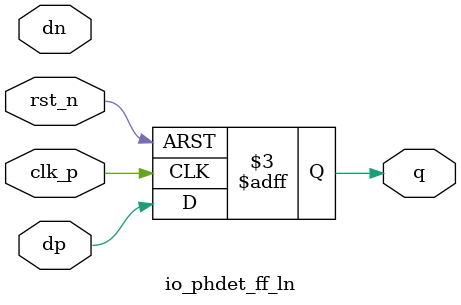
<source format=v>

module io_phdet_ff_ln (dp, dn, clk_p, rst_n, q);
input  dp, dn, clk_p, rst_n;
output q;
reg    q;

always @(posedge clk_p or negedge rst_n)
  if (~rst_n)           q <= 1'b0;
  else                  q <= dp;

endmodule // io_phdet_ff_ln


</source>
